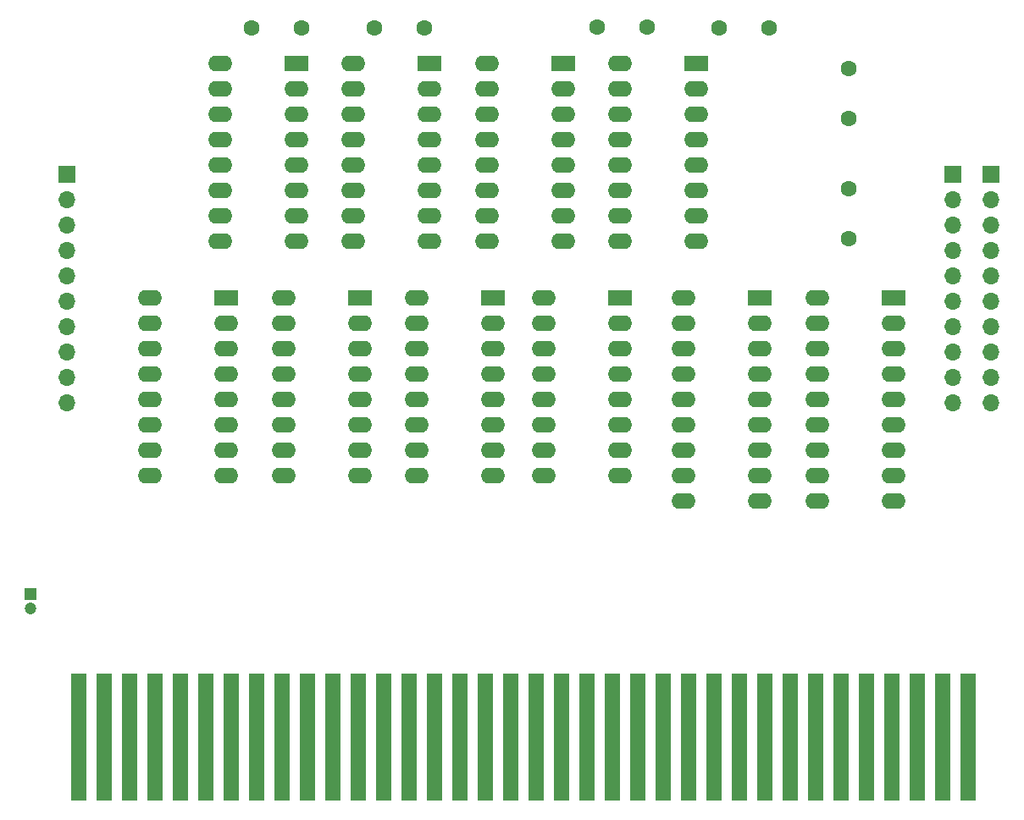
<source format=gbr>
%TF.GenerationSoftware,KiCad,Pcbnew,(6.0.7-1)-1*%
%TF.CreationDate,2022-10-12T18:13:29+11:00*%
%TF.ProjectId,CAT emulator,43415420-656d-4756-9c61-746f722e6b69,rev?*%
%TF.SameCoordinates,Original*%
%TF.FileFunction,Soldermask,Top*%
%TF.FilePolarity,Negative*%
%FSLAX46Y46*%
G04 Gerber Fmt 4.6, Leading zero omitted, Abs format (unit mm)*
G04 Created by KiCad (PCBNEW (6.0.7-1)-1) date 2022-10-12 18:13:29*
%MOMM*%
%LPD*%
G01*
G04 APERTURE LIST*
%ADD10R,2.400000X1.600000*%
%ADD11O,2.400000X1.600000*%
%ADD12C,1.600000*%
%ADD13R,1.700000X1.700000*%
%ADD14O,1.700000X1.700000*%
%ADD15R,1.500000X12.700000*%
%ADD16R,1.200000X1.200000*%
%ADD17C,1.200000*%
G04 APERTURE END LIST*
D10*
%TO.C,U5*%
X205740000Y-79375000D03*
D11*
X205740000Y-81915000D03*
X205740000Y-84455000D03*
X205740000Y-86995000D03*
X205740000Y-89535000D03*
X205740000Y-92075000D03*
X205740000Y-94615000D03*
X205740000Y-97155000D03*
X198120000Y-97155000D03*
X198120000Y-94615000D03*
X198120000Y-92075000D03*
X198120000Y-89535000D03*
X198120000Y-86995000D03*
X198120000Y-84455000D03*
X198120000Y-81915000D03*
X198120000Y-79375000D03*
%TD*%
D10*
%TO.C,U16*%
X199405000Y-55895000D03*
D11*
X199405000Y-58435000D03*
X199405000Y-60975000D03*
X199405000Y-63515000D03*
X199405000Y-66055000D03*
X199405000Y-68595000D03*
X199405000Y-71135000D03*
X199405000Y-73675000D03*
X191785000Y-73675000D03*
X191785000Y-71135000D03*
X191785000Y-68595000D03*
X191785000Y-66055000D03*
X191785000Y-63515000D03*
X191785000Y-60975000D03*
X191785000Y-58435000D03*
X191785000Y-55895000D03*
%TD*%
D12*
%TO.C,C4*%
X186610000Y-52324000D03*
X181610000Y-52324000D03*
%TD*%
D10*
%TO.C,U9*%
X232425000Y-79375000D03*
D11*
X232425000Y-81915000D03*
X232425000Y-84455000D03*
X232425000Y-86995000D03*
X232425000Y-89535000D03*
X232425000Y-92075000D03*
X232425000Y-94615000D03*
X232425000Y-97155000D03*
X232425000Y-99695000D03*
X224805000Y-99695000D03*
X224805000Y-97155000D03*
X224805000Y-94615000D03*
X224805000Y-92075000D03*
X224805000Y-89535000D03*
X224805000Y-86995000D03*
X224805000Y-84455000D03*
X224805000Y-81915000D03*
X224805000Y-79375000D03*
%TD*%
D12*
%TO.C,C13*%
X241300000Y-56428000D03*
X241300000Y-61428000D03*
%TD*%
D13*
%TO.C,J2*%
X163150000Y-67000000D03*
D14*
X163150000Y-69540000D03*
X163150000Y-72080000D03*
X163150000Y-74620000D03*
X163150000Y-77160000D03*
X163150000Y-79700000D03*
X163150000Y-82240000D03*
X163150000Y-84780000D03*
X163150000Y-87320000D03*
X163150000Y-89860000D03*
%TD*%
D10*
%TO.C,U1*%
X226075000Y-55895000D03*
D11*
X226075000Y-58435000D03*
X226075000Y-60975000D03*
X226075000Y-63515000D03*
X226075000Y-66055000D03*
X226075000Y-68595000D03*
X226075000Y-71135000D03*
X226075000Y-73675000D03*
X218455000Y-73675000D03*
X218455000Y-71135000D03*
X218455000Y-68595000D03*
X218455000Y-66055000D03*
X218455000Y-63515000D03*
X218455000Y-60975000D03*
X218455000Y-58435000D03*
X218455000Y-55895000D03*
%TD*%
D12*
%TO.C,C9*%
X221194000Y-52310000D03*
X216194000Y-52310000D03*
%TD*%
D15*
%TO.C,J1*%
X253250000Y-123297500D03*
X250710000Y-123297500D03*
X248170000Y-123297500D03*
X245630000Y-123297500D03*
X243090000Y-123297500D03*
X240550000Y-123297500D03*
X238010000Y-123297500D03*
X235470000Y-123297500D03*
X232930000Y-123297500D03*
X230390000Y-123297500D03*
X227850000Y-123297500D03*
X225310000Y-123297500D03*
X222770000Y-123297500D03*
X220230000Y-123297500D03*
X217690000Y-123297500D03*
X215150000Y-123297500D03*
X212610000Y-123297500D03*
X210070000Y-123297500D03*
X207530000Y-123297500D03*
X204990000Y-123297500D03*
X202450000Y-123297500D03*
X199910000Y-123297500D03*
X197370000Y-123297500D03*
X194830000Y-123297500D03*
X192290000Y-123297500D03*
X189750000Y-123297500D03*
X187210000Y-123297500D03*
X184670000Y-123297500D03*
X182130000Y-123297500D03*
X179590000Y-123297500D03*
X177050000Y-123297500D03*
X174510000Y-123297500D03*
X171970000Y-123297500D03*
X169430000Y-123297500D03*
X166890000Y-123297500D03*
X164350000Y-123297500D03*
%TD*%
D13*
%TO.C,J4*%
X251750000Y-67000000D03*
D14*
X251750000Y-69540000D03*
X251750000Y-72080000D03*
X251750000Y-74620000D03*
X251750000Y-77160000D03*
X251750000Y-79700000D03*
X251750000Y-82240000D03*
X251750000Y-84780000D03*
X251750000Y-87320000D03*
X251750000Y-89860000D03*
%TD*%
D10*
%TO.C,U17*%
X186070000Y-55895000D03*
D11*
X186070000Y-58435000D03*
X186070000Y-60975000D03*
X186070000Y-63515000D03*
X186070000Y-66055000D03*
X186070000Y-68595000D03*
X186070000Y-71135000D03*
X186070000Y-73675000D03*
X178450000Y-73675000D03*
X178450000Y-71135000D03*
X178450000Y-68595000D03*
X178450000Y-66055000D03*
X178450000Y-63515000D03*
X178450000Y-60975000D03*
X178450000Y-58435000D03*
X178450000Y-55895000D03*
%TD*%
D10*
%TO.C,U8*%
X245760000Y-79385000D03*
D11*
X245760000Y-81925000D03*
X245760000Y-84465000D03*
X245760000Y-87005000D03*
X245760000Y-89545000D03*
X245760000Y-92085000D03*
X245760000Y-94625000D03*
X245760000Y-97165000D03*
X245760000Y-99705000D03*
X238140000Y-99705000D03*
X238140000Y-97165000D03*
X238140000Y-94625000D03*
X238140000Y-92085000D03*
X238140000Y-89545000D03*
X238140000Y-87005000D03*
X238140000Y-84465000D03*
X238140000Y-81925000D03*
X238140000Y-79385000D03*
%TD*%
D10*
%TO.C,U7*%
X179070000Y-79375000D03*
D11*
X179070000Y-81915000D03*
X179070000Y-84455000D03*
X179070000Y-86995000D03*
X179070000Y-89535000D03*
X179070000Y-92075000D03*
X179070000Y-94615000D03*
X179070000Y-97155000D03*
X171450000Y-97155000D03*
X171450000Y-94615000D03*
X171450000Y-92075000D03*
X171450000Y-89535000D03*
X171450000Y-86995000D03*
X171450000Y-84455000D03*
X171450000Y-81915000D03*
X171450000Y-79375000D03*
%TD*%
D10*
%TO.C,U6*%
X192420000Y-79390000D03*
D11*
X192420000Y-81930000D03*
X192420000Y-84470000D03*
X192420000Y-87010000D03*
X192420000Y-89550000D03*
X192420000Y-92090000D03*
X192420000Y-94630000D03*
X192420000Y-97170000D03*
X184800000Y-97170000D03*
X184800000Y-94630000D03*
X184800000Y-92090000D03*
X184800000Y-89550000D03*
X184800000Y-87010000D03*
X184800000Y-84470000D03*
X184800000Y-81930000D03*
X184800000Y-79390000D03*
%TD*%
D12*
%TO.C,C6*%
X198882000Y-52324000D03*
X193882000Y-52324000D03*
%TD*%
%TO.C,C11*%
X228346000Y-52324000D03*
X233346000Y-52324000D03*
%TD*%
%TO.C,C12*%
X241300000Y-73406000D03*
X241300000Y-68406000D03*
%TD*%
D10*
%TO.C,U4*%
X218440000Y-79375000D03*
D11*
X218440000Y-81915000D03*
X218440000Y-84455000D03*
X218440000Y-86995000D03*
X218440000Y-89535000D03*
X218440000Y-92075000D03*
X218440000Y-94615000D03*
X218440000Y-97155000D03*
X210820000Y-97155000D03*
X210820000Y-94615000D03*
X210820000Y-92075000D03*
X210820000Y-89535000D03*
X210820000Y-86995000D03*
X210820000Y-84455000D03*
X210820000Y-81915000D03*
X210820000Y-79375000D03*
%TD*%
D16*
%TO.C,C1*%
X159512000Y-108966000D03*
D17*
X159512000Y-110466000D03*
%TD*%
D13*
%TO.C,J3*%
X255550000Y-67000000D03*
D14*
X255550000Y-69540000D03*
X255550000Y-72080000D03*
X255550000Y-74620000D03*
X255550000Y-77160000D03*
X255550000Y-79700000D03*
X255550000Y-82240000D03*
X255550000Y-84780000D03*
X255550000Y-87320000D03*
X255550000Y-89860000D03*
%TD*%
D10*
%TO.C,U2*%
X212740000Y-55895000D03*
D11*
X212740000Y-58435000D03*
X212740000Y-60975000D03*
X212740000Y-63515000D03*
X212740000Y-66055000D03*
X212740000Y-68595000D03*
X212740000Y-71135000D03*
X212740000Y-73675000D03*
X205120000Y-73675000D03*
X205120000Y-71135000D03*
X205120000Y-68595000D03*
X205120000Y-66055000D03*
X205120000Y-63515000D03*
X205120000Y-60975000D03*
X205120000Y-58435000D03*
X205120000Y-55895000D03*
%TD*%
M02*

</source>
